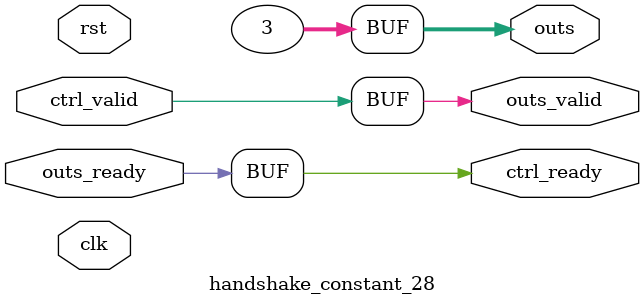
<source format=v>
`timescale 1ns / 1ps
module handshake_constant_28 #(
  parameter DATA_WIDTH = 32  // Default set to 32 bits
) (
  input                       clk,
  input                       rst,
  // Input Channel
  input                       ctrl_valid,
  output                      ctrl_ready,
  // Output Channel
  output [DATA_WIDTH - 1 : 0] outs,
  output                      outs_valid,
  input                       outs_ready
);
  assign outs       = 3'b011;
  assign outs_valid = ctrl_valid;
  assign ctrl_ready = outs_ready;

endmodule

</source>
